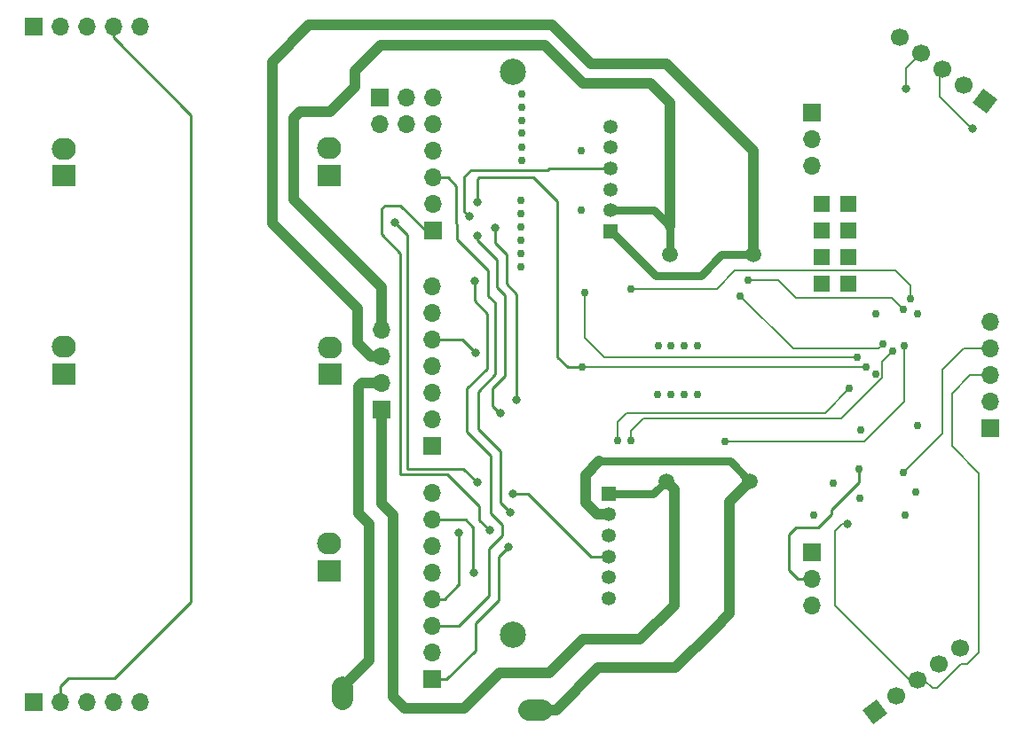
<source format=gbr>
%TF.GenerationSoftware,KiCad,Pcbnew,(6.0.7)*%
%TF.CreationDate,2022-09-18T19:12:44+05:00*%
%TF.ProjectId,minisumo_v3,6d696e69-7375-46d6-9f5f-76332e6b6963,rev?*%
%TF.SameCoordinates,Original*%
%TF.FileFunction,Copper,L4,Bot*%
%TF.FilePolarity,Positive*%
%FSLAX46Y46*%
G04 Gerber Fmt 4.6, Leading zero omitted, Abs format (unit mm)*
G04 Created by KiCad (PCBNEW (6.0.7)) date 2022-09-18 19:12:44*
%MOMM*%
%LPD*%
G01*
G04 APERTURE LIST*
G04 Aperture macros list*
%AMHorizOval*
0 Thick line with rounded ends*
0 $1 width*
0 $2 $3 position (X,Y) of the first rounded end (center of the circle)*
0 $4 $5 position (X,Y) of the second rounded end (center of the circle)*
0 Add line between two ends*
20,1,$1,$2,$3,$4,$5,0*
0 Add two circle primitives to create the rounded ends*
1,1,$1,$2,$3*
1,1,$1,$4,$5*%
%AMRotRect*
0 Rectangle, with rotation*
0 The origin of the aperture is its center*
0 $1 length*
0 $2 width*
0 $3 Rotation angle, in degrees counterclockwise*
0 Add horizontal line*
21,1,$1,$2,0,0,$3*%
G04 Aperture macros list end*
%TA.AperFunction,ComponentPad*%
%ADD10R,2.300000X2.100000*%
%TD*%
%TA.AperFunction,ComponentPad*%
%ADD11O,2.300000X2.100000*%
%TD*%
%TA.AperFunction,ComponentPad*%
%ADD12R,1.700000X1.700000*%
%TD*%
%TA.AperFunction,ComponentPad*%
%ADD13O,1.700000X1.700000*%
%TD*%
%TA.AperFunction,ComponentPad*%
%ADD14RotRect,1.700000X1.700000X127.000000*%
%TD*%
%TA.AperFunction,ComponentPad*%
%ADD15HorizOval,1.700000X0.000000X0.000000X0.000000X0.000000X0*%
%TD*%
%TA.AperFunction,ComponentPad*%
%ADD16RotRect,1.700000X1.700000X233.000000*%
%TD*%
%TA.AperFunction,ComponentPad*%
%ADD17HorizOval,1.700000X0.000000X0.000000X0.000000X0.000000X0*%
%TD*%
%TA.AperFunction,ComponentPad*%
%ADD18R,1.350000X1.350000*%
%TD*%
%TA.AperFunction,ComponentPad*%
%ADD19C,1.350000*%
%TD*%
%TA.AperFunction,ComponentPad*%
%ADD20C,1.508000*%
%TD*%
%TA.AperFunction,ComponentPad*%
%ADD21C,2.500000*%
%TD*%
%TA.AperFunction,ComponentPad*%
%ADD22R,1.508000X1.508000*%
%TD*%
%TA.AperFunction,ViaPad*%
%ADD23C,0.800000*%
%TD*%
%TA.AperFunction,ViaPad*%
%ADD24C,0.756400*%
%TD*%
%TA.AperFunction,Conductor*%
%ADD25C,1.000000*%
%TD*%
%TA.AperFunction,Conductor*%
%ADD26C,0.254000*%
%TD*%
%TA.AperFunction,Conductor*%
%ADD27C,0.800000*%
%TD*%
%TA.AperFunction,Conductor*%
%ADD28C,0.250000*%
%TD*%
%TA.AperFunction,Conductor*%
%ADD29C,0.152400*%
%TD*%
%TA.AperFunction,Conductor*%
%ADD30C,2.000000*%
%TD*%
G04 APERTURE END LIST*
D10*
%TO.P,U2,1,5V*%
%TO.N,+5V*%
X130147050Y-124550000D03*
X130145050Y-86830000D03*
X130175050Y-105822000D03*
D11*
%TO.P,U2,2,GND*%
%TO.N,GND*%
X130147050Y-121958800D03*
X130145050Y-84235400D03*
X130175050Y-103230800D03*
D10*
%TO.P,U2,3,3v3*%
%TO.N,+3V3*%
X104797050Y-105780000D03*
X104787050Y-86840000D03*
D11*
%TO.P,U2,4,GND*%
%TO.N,GND*%
X104787050Y-84245400D03*
X104797050Y-103185400D03*
%TD*%
D12*
%TO.P,U15,1,Pin_1*%
%TO.N,+3V3*%
X101880000Y-137110000D03*
D13*
%TO.P,U15,2,Pin_2*%
%TO.N,SDA*%
X104420000Y-137110000D03*
%TO.P,U15,3,Pin_3*%
%TO.N,SCL*%
X106960000Y-137110000D03*
%TO.P,U15,4,Pin_4*%
%TO.N,unconnected-(U15-Pad4)*%
X109500000Y-137110000D03*
%TO.P,U15,5,Pin_5*%
%TO.N,GND*%
X112040000Y-137110000D03*
%TD*%
D14*
%TO.P,U7,1,Pin_1*%
%TO.N,+3V3*%
X182154100Y-138034600D03*
D15*
%TO.P,U7,2,Pin_2*%
%TO.N,SDA*%
X184182634Y-136505990D03*
%TO.P,U7,3,Pin_3*%
%TO.N,SCL*%
X186211168Y-134977380D03*
%TO.P,U7,4,Pin_4*%
%TO.N,/XS1*%
X188239703Y-133448770D03*
%TO.P,U7,5,Pin_5*%
%TO.N,GND*%
X190268237Y-131920159D03*
%TD*%
D12*
%TO.P,JP2,1,Pin_1*%
%TO.N,IO32*%
X140000000Y-92100000D03*
D13*
%TO.P,JP2,2,Pin_2*%
%TO.N,IO15*%
X140000000Y-89560000D03*
%TO.P,JP2,3,Pin_3*%
%TO.N,IO33*%
X140000000Y-87020000D03*
%TO.P,JP2,4,Pin_4*%
%TO.N,IO27*%
X140000000Y-84480000D03*
%TO.P,JP2,5,Pin_5*%
%TO.N,IO12*%
X140000000Y-81940000D03*
%TO.P,JP2,6,Pin_6*%
%TO.N,IO13*%
X140000000Y-79400000D03*
%TD*%
D12*
%TO.P,U10,+3V3,+3V3*%
%TO.N,+3V3*%
X176190000Y-122810000D03*
D13*
%TO.P,U10,GND,GND*%
%TO.N,GND*%
X176190000Y-127890000D03*
%TO.P,U10,SIGNAL,SIGNAL*%
%TO.N,/NE*%
X176190000Y-125350000D03*
%TD*%
D16*
%TO.P,U5,1,Pin_1*%
%TO.N,+3V3*%
X192695100Y-79741600D03*
D17*
%TO.P,U5,2,Pin_2*%
%TO.N,SDA*%
X190666566Y-78212990D03*
%TO.P,U5,3,Pin_3*%
%TO.N,SCL*%
X188638032Y-76684380D03*
%TO.P,U5,4,Pin_4*%
%TO.N,/XS3*%
X186609497Y-75155770D03*
%TO.P,U5,5,Pin_5*%
%TO.N,GND*%
X184580963Y-73627159D03*
%TD*%
D18*
%TO.P,J1,1,1*%
%TO.N,/MR1*%
X156930000Y-92150000D03*
D19*
%TO.P,J1,2,2*%
%TO.N,/MR2*%
X156930000Y-90150000D03*
%TO.P,J1,3,3*%
%TO.N,A2*%
X156930000Y-88150000D03*
%TO.P,J1,4,4*%
%TO.N,IO32*%
X156930000Y-86150000D03*
%TO.P,J1,5,5*%
%TO.N,+3V3*%
X156930000Y-84150000D03*
%TO.P,J1,6,6*%
%TO.N,GND*%
X156930000Y-82150000D03*
%TD*%
D20*
%TO.P,M1,1,1*%
%TO.N,/ML1*%
X162241100Y-116003600D03*
%TO.P,M1,2,2*%
%TO.N,/ML2*%
X170241100Y-116003600D03*
%TD*%
D12*
%TO.P,U6,1,Pin_1*%
%TO.N,+3V3*%
X193203100Y-110983600D03*
D13*
%TO.P,U6,2,Pin_2*%
%TO.N,SDA*%
X193203100Y-108443600D03*
%TO.P,U6,3,Pin_3*%
%TO.N,SCL*%
X193203100Y-105903600D03*
%TO.P,U6,4,Pin_4*%
%TO.N,/XS2*%
X193203100Y-103363600D03*
%TO.P,U6,5,Pin_5*%
%TO.N,GND*%
X193203100Y-100823600D03*
%TD*%
D12*
%TO.P,JP1,1,Pin_1*%
%TO.N,IO16*%
X139910000Y-134920000D03*
D13*
%TO.P,JP1,2,Pin_2*%
%TO.N,IO17*%
X139910000Y-132380000D03*
%TO.P,JP1,3,Pin_3*%
%TO.N,A0*%
X139910000Y-129840000D03*
%TO.P,JP1,4,Pin_4*%
%TO.N,A1*%
X139910000Y-127300000D03*
%TO.P,JP1,5,Pin_5*%
%TO.N,A2*%
X139910000Y-124760000D03*
%TO.P,JP1,6,Pin_6*%
%TO.N,A3*%
X139910000Y-122220000D03*
%TO.P,JP1,7,Pin_7*%
%TO.N,A4*%
X139910000Y-119680000D03*
%TO.P,JP1,8,Pin_8*%
%TO.N,unconnected-(JP1-Pad8)*%
X139910000Y-117140000D03*
%TD*%
D18*
%TO.P,J2,1,1*%
%TO.N,/ML1*%
X156770000Y-117200000D03*
D19*
%TO.P,J2,2,2*%
%TO.N,/ML2*%
X156770000Y-119200000D03*
%TO.P,J2,3,3*%
%TO.N,A4*%
X156770000Y-121200000D03*
%TO.P,J2,4,4*%
%TO.N,A3*%
X156770000Y-123200000D03*
%TO.P,J2,5,5*%
%TO.N,+3V3*%
X156770000Y-125200000D03*
%TO.P,J2,6,6*%
%TO.N,GND*%
X156770000Y-127200000D03*
%TD*%
D21*
%TO.P,U4,1*%
%TO.N,N/C*%
X147666100Y-76908100D03*
%TO.P,U4,2*%
X147666100Y-130708100D03*
%TD*%
D20*
%TO.P,M2,1,1*%
%TO.N,/MR1*%
X170601100Y-94343600D03*
%TO.P,M2,2,2*%
%TO.N,/MR2*%
X162601100Y-94343600D03*
%TD*%
D12*
%TO.P,J3,1,Pin_1*%
%TO.N,/ML1*%
X135100000Y-109200000D03*
D13*
%TO.P,J3,2,Pin_2*%
%TO.N,/ML2*%
X135100000Y-106660000D03*
%TO.P,J3,3,Pin_3*%
%TO.N,/MR1*%
X135100000Y-104120000D03*
%TO.P,J3,4,Pin_4*%
%TO.N,/MR2*%
X135100000Y-101580000D03*
%TD*%
D22*
%TO.P,U13,3V3,+3V3*%
%TO.N,+3V3*%
X177074100Y-97140600D03*
%TO.P,U13,6V,+6V*%
%TO.N,+5V*%
X177074100Y-94600600D03*
%TO.P,U13,GND,GND*%
%TO.N,GND*%
X179614100Y-97140600D03*
%TO.P,U13,GPIO1,GPIO1*%
%TO.N,/IO1*%
X177074100Y-92060600D03*
%TO.P,U13,GPIO2,GPIO2*%
%TO.N,/IO2*%
X177074100Y-89520600D03*
%TO.P,U13,GPIO3,GPIO3*%
%TO.N,/IO3*%
X179614100Y-89520600D03*
%TO.P,U13,GPIO4,GPIO4*%
%TO.N,/IO4*%
X179614100Y-92060600D03*
%TO.P,U13,GPIO5,GPIO5*%
%TO.N,/IO5*%
X179614100Y-94600600D03*
%TD*%
D12*
%TO.P,U16,1,Pin_1*%
%TO.N,GND*%
X101870000Y-72570000D03*
D13*
%TO.P,U16,2,Pin_2*%
%TO.N,unconnected-(U16-Pad2)*%
X104410000Y-72570000D03*
%TO.P,U16,3,Pin_3*%
%TO.N,SCL*%
X106950000Y-72570000D03*
%TO.P,U16,4,Pin_4*%
%TO.N,SDA*%
X109490000Y-72570000D03*
%TO.P,U16,5,Pin_5*%
%TO.N,+3V3*%
X112030000Y-72570000D03*
%TD*%
D12*
%TO.P,U9,+3V3,+3V3*%
%TO.N,+3V3*%
X176190000Y-80810000D03*
D13*
%TO.P,U9,GND,GND*%
%TO.N,GND*%
X176190000Y-85890000D03*
%TO.P,U9,SIGNAL,SIGNAL*%
%TO.N,/NW*%
X176190000Y-83350000D03*
%TD*%
D12*
%TO.P,U14,1,Pin_1*%
%TO.N,GND*%
X139900000Y-112650000D03*
D13*
%TO.P,U14,2,Pin_2*%
%TO.N,unconnected-(U14-Pad2)*%
X139900000Y-110110000D03*
%TO.P,U14,3,Pin_3*%
%TO.N,MISO*%
X139900000Y-107570000D03*
%TO.P,U14,4,Pin_4*%
%TO.N,MOSI*%
X139900000Y-105030000D03*
%TO.P,U14,5,Pin_5*%
%TO.N,SCK*%
X139900000Y-102490000D03*
%TO.P,U14,6,Pin_6*%
%TO.N,unconnected-(U14-Pad6)*%
X139900000Y-99950000D03*
%TO.P,U14,7,Pin_7*%
%TO.N,+5V*%
X139900000Y-97410000D03*
%TD*%
D12*
%TO.P,U11,1,Pin_1*%
%TO.N,GND*%
X134910000Y-79405000D03*
D13*
%TO.P,U11,2,Pin_2*%
%TO.N,+5V*%
X137450000Y-79405000D03*
%TO.P,U11,3,Pin_3*%
%TO.N,GND*%
X134910000Y-81945000D03*
%TO.P,U11,4,Pin_4*%
%TO.N,+5V*%
X137450000Y-81945000D03*
%TD*%
D23*
%TO.N,IO33*%
X147410000Y-119010000D03*
%TO.N,A4*%
X143880000Y-124730000D03*
D24*
%TO.N,GND*%
X148499100Y-84123100D03*
X161453100Y-107745100D03*
X148499100Y-81583100D03*
X186218100Y-100061600D03*
X180693600Y-117651100D03*
X163993100Y-107745100D03*
X148499100Y-80313100D03*
X165263100Y-107745100D03*
X165263100Y-103046100D03*
X161516600Y-103046100D03*
X162723100Y-103046100D03*
X148435600Y-85393100D03*
X178153600Y-116190600D03*
X162723100Y-107745100D03*
X163993100Y-103046100D03*
X180820600Y-111110600D03*
X148499100Y-82789600D03*
X148499100Y-79043100D03*
%TO.N,+3V3*%
X186218100Y-110729600D03*
X148372100Y-90473100D03*
X182281100Y-105776600D03*
X154150600Y-84440600D03*
X148372100Y-91743100D03*
X148372100Y-95553100D03*
X185075100Y-119238600D03*
X154150600Y-90092100D03*
X176340000Y-119280000D03*
X148372100Y-89203100D03*
X186027600Y-117016100D03*
X148372100Y-93013100D03*
X148372100Y-94283100D03*
%TO.N,+5V*%
X182281100Y-100061600D03*
D23*
%TO.N,A3*%
X147600000Y-117180000D03*
%TO.N,IO16*%
X147240000Y-122260000D03*
D24*
%TO.N,Net-(U1-Pad1)*%
X157643100Y-112126600D03*
X179741100Y-107173600D03*
%TO.N,Net-(U1-Pad2)*%
X158913100Y-112126600D03*
X183868600Y-103617600D03*
%TO.N,Net-(U1-Pad9)*%
X167866600Y-112190100D03*
X184948100Y-103046100D03*
%TO.N,Net-(U1-Pad11)*%
X169327100Y-98347100D03*
X182916100Y-102919100D03*
%TO.N,Net-(U1-Pad12)*%
X170057350Y-96854850D03*
X184884600Y-99617100D03*
%TO.N,Net-(U1-Pad19)*%
X185583100Y-98601100D03*
X158870000Y-97620000D03*
D23*
%TO.N,A0*%
X143960000Y-96900000D03*
D24*
X154450000Y-98020000D03*
X180439600Y-104189100D03*
D23*
%TO.N,A1*%
X142450000Y-120950000D03*
%TO.N,/ML2*%
X131360000Y-135670000D03*
X149170000Y-137880000D03*
X131340000Y-136870000D03*
X150370000Y-137890000D03*
%TO.N,IO32*%
X145410000Y-120730000D03*
X143460000Y-90740000D03*
D24*
%TO.N,IO15*%
X154230000Y-105150000D03*
D23*
X144220000Y-89400000D03*
D24*
X181328600Y-105141600D03*
D23*
%TO.N,IO27*%
X144250000Y-116130000D03*
X136370000Y-91320000D03*
%TO.N,IO12*%
X146453100Y-109523100D03*
X144220000Y-92540000D03*
%TO.N,IO13*%
X145900000Y-91860000D03*
X148003100Y-108253100D03*
%TO.N,SCL*%
X179510000Y-120130000D03*
X191480000Y-82340000D03*
%TO.N,SCK*%
X144040000Y-103760000D03*
%TO.N,/XS3*%
X185160000Y-78520000D03*
D24*
%TO.N,/XS2*%
X184884600Y-115174600D03*
%TO.N,/NE*%
X180630100Y-114857100D03*
%TD*%
D25*
%TO.N,/MR1*%
X134060000Y-104120000D02*
X135100000Y-104120000D01*
X132790000Y-102850000D02*
X134060000Y-104120000D01*
X132790000Y-99520000D02*
X132790000Y-102850000D01*
X124650000Y-91380000D02*
X132790000Y-99520000D01*
X124650000Y-75970000D02*
X124650000Y-91380000D01*
X151390000Y-72460000D02*
X128160000Y-72460000D01*
X128160000Y-72460000D02*
X124650000Y-75970000D01*
X155060000Y-76130000D02*
X151390000Y-72460000D01*
X170601100Y-84461100D02*
X162270000Y-76130000D01*
X162270000Y-76130000D02*
X155060000Y-76130000D01*
X170601100Y-94343600D02*
X170601100Y-84461100D01*
%TO.N,/ML2*%
X133880000Y-120070000D02*
X133880000Y-133150000D01*
X132910000Y-119100000D02*
X133880000Y-120070000D01*
X132910000Y-106990000D02*
X132910000Y-119100000D01*
X133880000Y-133150000D02*
X131360000Y-135670000D01*
X133240000Y-106660000D02*
X132910000Y-106990000D01*
X135100000Y-106660000D02*
X133240000Y-106660000D01*
%TO.N,/ML1*%
X163040000Y-116802500D02*
X162241100Y-116003600D01*
X163040000Y-127850000D02*
X163040000Y-116802500D01*
X154340000Y-131130000D02*
X159760000Y-131130000D01*
X142960000Y-137740000D02*
X146340000Y-134360000D01*
X146340000Y-134360000D02*
X151110000Y-134360000D01*
X136180000Y-136630000D02*
X137290000Y-137740000D01*
X151110000Y-134360000D02*
X154340000Y-131130000D01*
X135100000Y-118140000D02*
X136180000Y-119220000D01*
X136180000Y-119220000D02*
X136180000Y-136630000D01*
X159760000Y-131130000D02*
X163040000Y-127850000D01*
X137290000Y-137740000D02*
X142960000Y-137740000D01*
X135100000Y-109200000D02*
X135100000Y-118140000D01*
D26*
%TO.N,IO33*%
X144300000Y-107440000D02*
X145920000Y-105820000D01*
X145920000Y-105820000D02*
X145920000Y-98950000D01*
X142280000Y-91450000D02*
X142250000Y-91420000D01*
X145290000Y-95920000D02*
X142280000Y-92910000D01*
X141440000Y-87010000D02*
X141430000Y-87020000D01*
X142280000Y-92910000D02*
X142280000Y-91450000D01*
X146480000Y-118080000D02*
X146480000Y-113180000D01*
X142250000Y-87820000D02*
X141440000Y-87010000D01*
X144300000Y-111000000D02*
X144300000Y-107440000D01*
X142250000Y-91420000D02*
X142250000Y-87820000D01*
X147410000Y-119010000D02*
X146480000Y-118080000D01*
X146480000Y-113180000D02*
X144300000Y-111000000D01*
X141430000Y-87020000D02*
X140000000Y-87020000D01*
X145920000Y-98950000D02*
X145290000Y-98320000D01*
X145290000Y-98320000D02*
X145290000Y-95920000D01*
%TO.N,A4*%
X143860000Y-124710000D02*
X143880000Y-124730000D01*
X143130000Y-119680000D02*
X143860000Y-120410000D01*
X143860000Y-120410000D02*
X143860000Y-124710000D01*
X139910000Y-119680000D02*
X143130000Y-119680000D01*
D25*
%TO.N,/MR2*%
X135100000Y-97470000D02*
X126760000Y-89130000D01*
X127320000Y-80750000D02*
X130170000Y-80750000D01*
X162601100Y-79861100D02*
X162601100Y-91641100D01*
X160720000Y-77980000D02*
X162601100Y-79861100D01*
X126760000Y-89130000D02*
X126760000Y-81310000D01*
X135100000Y-101580000D02*
X135100000Y-97470000D01*
X154280000Y-77980000D02*
X160720000Y-77980000D01*
D27*
X161110000Y-90150000D02*
X162601100Y-91641100D01*
D25*
X126760000Y-81310000D02*
X127320000Y-80750000D01*
X130170000Y-80750000D02*
X132550000Y-78370000D01*
D27*
X156930000Y-90150000D02*
X161110000Y-90150000D01*
D25*
X132550000Y-78370000D02*
X132550000Y-76870000D01*
X135020000Y-74400000D02*
X150700000Y-74400000D01*
X132550000Y-76870000D02*
X135020000Y-74400000D01*
D27*
X162601100Y-91641100D02*
X162601100Y-94343600D01*
D25*
X150700000Y-74400000D02*
X154280000Y-77980000D01*
D27*
%TO.N,/MR1*%
X167556400Y-94343600D02*
X170601100Y-94343600D01*
X161230000Y-96360000D02*
X165540000Y-96360000D01*
X156930000Y-92150000D02*
X157020000Y-92150000D01*
X157020000Y-92150000D02*
X161230000Y-96360000D01*
X165540000Y-96360000D02*
X167556400Y-94343600D01*
D28*
%TO.N,A3*%
X149040000Y-117180000D02*
X155060000Y-123200000D01*
X155060000Y-123200000D02*
X156770000Y-123200000D01*
X147600000Y-117180000D02*
X149040000Y-117180000D01*
D26*
%TO.N,IO16*%
X144050000Y-129620000D02*
X144050000Y-132170000D01*
X147240000Y-122260000D02*
X146250000Y-123250000D01*
X146250000Y-123250000D02*
X146250000Y-127420000D01*
X141300000Y-134920000D02*
X139910000Y-134920000D01*
X146250000Y-127420000D02*
X144050000Y-129620000D01*
X144050000Y-132170000D02*
X141300000Y-134920000D01*
D29*
%TO.N,Net-(U1-Pad1)*%
X158468600Y-109523100D02*
X157643100Y-110348600D01*
X157643100Y-110348600D02*
X157643100Y-112126600D01*
X177391600Y-109523100D02*
X158468600Y-109523100D01*
X179741100Y-107173600D02*
X177391600Y-109523100D01*
%TO.N,Net-(U1-Pad2)*%
X182887900Y-106091450D02*
X178948250Y-110031100D01*
X182887900Y-104598300D02*
X182887900Y-106091450D01*
X158913100Y-111174100D02*
X158913100Y-112126600D01*
X178948250Y-110031100D02*
X160056100Y-110031100D01*
X183868600Y-103617600D02*
X182887900Y-104598300D01*
X160056100Y-110031100D02*
X158913100Y-111174100D01*
%TO.N,Net-(U1-Pad9)*%
X184948100Y-108380100D02*
X181138100Y-112190100D01*
X181138100Y-112190100D02*
X167866600Y-112190100D01*
X184948100Y-103046100D02*
X184948100Y-108380100D01*
%TO.N,Net-(U1-Pad11)*%
X182535100Y-103363600D02*
X182916100Y-102982600D01*
X174343600Y-103363600D02*
X182535100Y-103363600D01*
X169327100Y-98347100D02*
X174343600Y-103363600D01*
X182916100Y-102982600D02*
X182916100Y-102919100D01*
%TO.N,Net-(U1-Pad12)*%
X183741600Y-98474100D02*
X184884600Y-99617100D01*
X170057350Y-96854850D02*
X172978350Y-96854850D01*
X174597600Y-98474100D02*
X172978350Y-96854850D01*
X174597600Y-98474100D02*
X183741600Y-98474100D01*
%TO.N,Net-(U1-Pad19)*%
X168839400Y-95870600D02*
X184122600Y-95870600D01*
X167090000Y-97620000D02*
X168839400Y-95870600D01*
X185583100Y-97331100D02*
X185583100Y-98601100D01*
X158870000Y-97620000D02*
X167090000Y-97620000D01*
X184122600Y-95870600D02*
X185583100Y-97331100D01*
D26*
%TO.N,A0*%
X146610000Y-121200000D02*
X145350000Y-122460000D01*
X145150000Y-105240000D02*
X143260000Y-107130000D01*
X145150000Y-99990000D02*
X145150000Y-105240000D01*
X145520000Y-119060000D02*
X146610000Y-120150000D01*
D29*
X154450000Y-102329500D02*
X156309600Y-104189100D01*
D26*
X145350000Y-122460000D02*
X145350000Y-126930000D01*
X142440000Y-129840000D02*
X139910000Y-129840000D01*
X145350000Y-126930000D02*
X142440000Y-129840000D01*
D29*
X154450000Y-98020000D02*
X154450000Y-102329500D01*
D26*
X143960000Y-98800000D02*
X145150000Y-99990000D01*
X145520000Y-113550000D02*
X145520000Y-119060000D01*
D29*
X156309600Y-104189100D02*
X180439600Y-104189100D01*
D26*
X143260000Y-107130000D02*
X143260000Y-111290000D01*
X143960000Y-96900000D02*
X143960000Y-98800000D01*
X146610000Y-120150000D02*
X146610000Y-121200000D01*
X143260000Y-111290000D02*
X145520000Y-113550000D01*
%TO.N,A1*%
X142410000Y-125970000D02*
X142450000Y-125930000D01*
X141080000Y-127300000D02*
X142410000Y-125970000D01*
X142450000Y-125930000D02*
X142450000Y-120950000D01*
X139910000Y-127300000D02*
X141080000Y-127300000D01*
D27*
%TO.N,/ML2*%
X155850000Y-114100000D02*
X168337500Y-114100000D01*
D25*
X168290000Y-128660000D02*
X168290000Y-128280000D01*
X155790000Y-133820000D02*
X151750000Y-137860000D01*
D27*
X168337500Y-114100000D02*
X170241100Y-116003600D01*
D25*
X151750000Y-137860000D02*
X150440000Y-137860000D01*
X154550000Y-118090000D02*
X154550000Y-115400000D01*
X163130000Y-133820000D02*
X155790000Y-133820000D01*
X168290000Y-117954700D02*
X170241100Y-116003600D01*
D30*
X131360000Y-135670000D02*
X131360000Y-136850000D01*
D25*
X168290000Y-128280000D02*
X168290000Y-117954700D01*
X166810000Y-130140000D02*
X168290000Y-128660000D01*
X155660000Y-119200000D02*
X154550000Y-118090000D01*
D30*
X150440000Y-137860000D02*
X149120000Y-137860000D01*
D25*
X156770000Y-119200000D02*
X155660000Y-119200000D01*
X154550000Y-115400000D02*
X155850000Y-114100000D01*
X166810000Y-130140000D02*
X163130000Y-133820000D01*
D27*
%TO.N,/ML1*%
X161044700Y-117200000D02*
X162241100Y-116003600D01*
X156770000Y-117200000D02*
X161044700Y-117200000D01*
D26*
%TO.N,IO32*%
X144430000Y-118400000D02*
X141390000Y-115360000D01*
X136920000Y-89690000D02*
X139330000Y-92100000D01*
X143460000Y-90740000D02*
X142990000Y-90270000D01*
X141390000Y-115360000D02*
X136910000Y-115360000D01*
X145410000Y-120730000D02*
X144430000Y-119750000D01*
X142990000Y-86940000D02*
X143610000Y-86320000D01*
X136910000Y-94250000D02*
X135110000Y-92450000D01*
X135110000Y-92450000D02*
X135110000Y-89990000D01*
X136910000Y-115360000D02*
X136910000Y-94250000D01*
X150960000Y-86320000D02*
X151130000Y-86150000D01*
X139330000Y-92100000D02*
X140000000Y-92100000D01*
X151130000Y-86150000D02*
X156930000Y-86150000D01*
X135410000Y-89690000D02*
X136920000Y-89690000D01*
X144430000Y-119750000D02*
X144430000Y-118400000D01*
X142990000Y-90270000D02*
X142990000Y-86940000D01*
X143610000Y-86320000D02*
X150960000Y-86320000D01*
X135110000Y-89990000D02*
X135410000Y-89690000D01*
D29*
%TO.N,IO15*%
X181257481Y-105070482D02*
X181328600Y-105141600D01*
X180558981Y-105070482D02*
X181257481Y-105070482D01*
D26*
X152860000Y-105150000D02*
X154230000Y-105150000D01*
D29*
X154230000Y-105150000D02*
X154301900Y-105078100D01*
D26*
X144220000Y-89400000D02*
X144220000Y-87180000D01*
X149560000Y-87000000D02*
X151870000Y-89310000D01*
D29*
X180551362Y-105078100D02*
X180558981Y-105070482D01*
D26*
X151870000Y-89310000D02*
X151870000Y-104160000D01*
X151870000Y-104160000D02*
X152860000Y-105150000D01*
X144220000Y-87180000D02*
X144400000Y-87000000D01*
X144400000Y-87000000D02*
X149560000Y-87000000D01*
D29*
X154301900Y-105078100D02*
X180551362Y-105078100D01*
D26*
%TO.N,IO27*%
X144250000Y-116130000D02*
X142930000Y-114810000D01*
X137580000Y-114810000D02*
X137580000Y-92530000D01*
X142930000Y-114810000D02*
X137580000Y-114810000D01*
X137580000Y-92530000D02*
X136370000Y-91320000D01*
%TO.N,IO12*%
X146880000Y-98270000D02*
X146260000Y-97650000D01*
X146100000Y-95010000D02*
X146100000Y-94870000D01*
X146880000Y-105930000D02*
X146880000Y-98270000D01*
X146453100Y-109523100D02*
X146323100Y-109523100D01*
X146100000Y-97490000D02*
X146100000Y-95630000D01*
X145670000Y-108870000D02*
X145670000Y-107640000D01*
X146260000Y-97650000D02*
X146100000Y-97490000D01*
X145670000Y-107400000D02*
X145670000Y-107160000D01*
X145670000Y-107640000D02*
X145670000Y-107580000D01*
X146100000Y-95630000D02*
X146100000Y-95010000D01*
X146323100Y-109523100D02*
X145670000Y-108870000D01*
X145670000Y-107160000D02*
X145670000Y-107140000D01*
X145670000Y-107140000D02*
X146880000Y-105930000D01*
X146100000Y-94870000D02*
X144220000Y-92990000D01*
X144220000Y-92990000D02*
X144220000Y-92540000D01*
X145670000Y-107580000D02*
X145670000Y-107400000D01*
%TO.N,IO13*%
X148003100Y-98143100D02*
X148003100Y-108253100D01*
X147040000Y-97180000D02*
X148003100Y-98143100D01*
X145900000Y-91860000D02*
X145900000Y-93240000D01*
X147040000Y-94380000D02*
X147040000Y-97180000D01*
X145900000Y-93240000D02*
X147040000Y-94380000D01*
%TO.N,SDA*%
X116880000Y-81040000D02*
X116880000Y-127530000D01*
X109490000Y-73650000D02*
X116880000Y-81040000D01*
X105230000Y-134790000D02*
X104420000Y-135600000D01*
X104420000Y-135600000D02*
X104420000Y-137110000D01*
X109620000Y-134790000D02*
X105230000Y-134790000D01*
X116880000Y-127530000D02*
X109620000Y-134790000D01*
X109490000Y-72570000D02*
X109490000Y-73650000D01*
D29*
%TO.N,SCL*%
X190980000Y-133500000D02*
X192090000Y-132390000D01*
X191480000Y-82340000D02*
X191370000Y-82340000D01*
X190990000Y-133510000D02*
X190980000Y-133500000D01*
X188350000Y-76972412D02*
X188638032Y-76684380D01*
X189500000Y-107650000D02*
X191246400Y-105903600D01*
X178340000Y-120800000D02*
X178340000Y-127880000D01*
X187640000Y-135780000D02*
X188090000Y-135780000D01*
X189500000Y-112680000D02*
X189500000Y-107650000D01*
X179510000Y-120130000D02*
X179010000Y-120130000D01*
X186211168Y-134977380D02*
X186837380Y-134977380D01*
X186837380Y-134977380D02*
X187640000Y-135780000D01*
X190360000Y-133510000D02*
X190990000Y-133510000D01*
X185437380Y-134977380D02*
X186211168Y-134977380D01*
X188350000Y-79320000D02*
X188350000Y-76972412D01*
X192090000Y-115270000D02*
X189500000Y-112680000D01*
X178340000Y-127880000D02*
X185437380Y-134977380D01*
X191370000Y-82340000D02*
X188350000Y-79320000D01*
X191246400Y-105903600D02*
X193203100Y-105903600D01*
X188090000Y-135780000D02*
X190360000Y-133510000D01*
X179010000Y-120130000D02*
X178340000Y-120800000D01*
X192090000Y-132390000D02*
X192090000Y-115270000D01*
D26*
%TO.N,SCK*%
X142770000Y-102490000D02*
X139900000Y-102490000D01*
X144040000Y-103760000D02*
X142770000Y-102490000D01*
D29*
%TO.N,/XS3*%
X185160000Y-76605267D02*
X186609497Y-75155770D01*
X185160000Y-78520000D02*
X185160000Y-76605267D01*
%TO.N,/XS2*%
X184884600Y-115174600D02*
X188631100Y-111428100D01*
X188631100Y-111428100D02*
X188631100Y-105368900D01*
X190636400Y-103363600D02*
X193203100Y-103363600D01*
X188631100Y-105368900D02*
X190636400Y-103363600D01*
D28*
%TO.N,/NE*%
X173990000Y-121100000D02*
X174640000Y-120450000D01*
X178020000Y-118760000D02*
X180630100Y-116149900D01*
X173990000Y-124520000D02*
X173990000Y-121100000D01*
X178020000Y-119200000D02*
X178020000Y-118760000D01*
X174820000Y-125350000D02*
X173990000Y-124520000D01*
X176770000Y-120450000D02*
X178020000Y-119200000D01*
X180630100Y-116149900D02*
X180630100Y-114857100D01*
X176190000Y-125350000D02*
X174820000Y-125350000D01*
X174640000Y-120450000D02*
X176770000Y-120450000D01*
%TD*%
M02*

</source>
